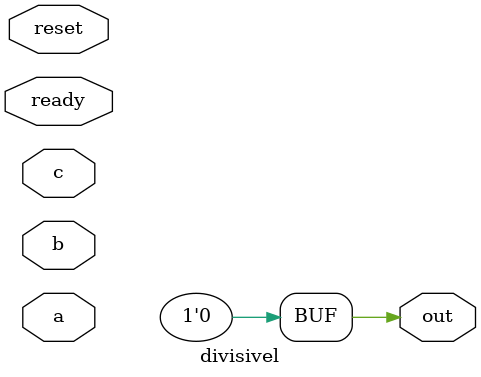
<source format=v>
module divisivel (a, b, c, reset, ready, out);

    input wire a, b, c, reset, ready;
    output reg out;

    always @ (reset) begin
        out = 1'b0;
    end
    always @ (ready) begin
        if (~reset) begin
          out = ~c;
        end
    end
endmodule // divisivel

</source>
